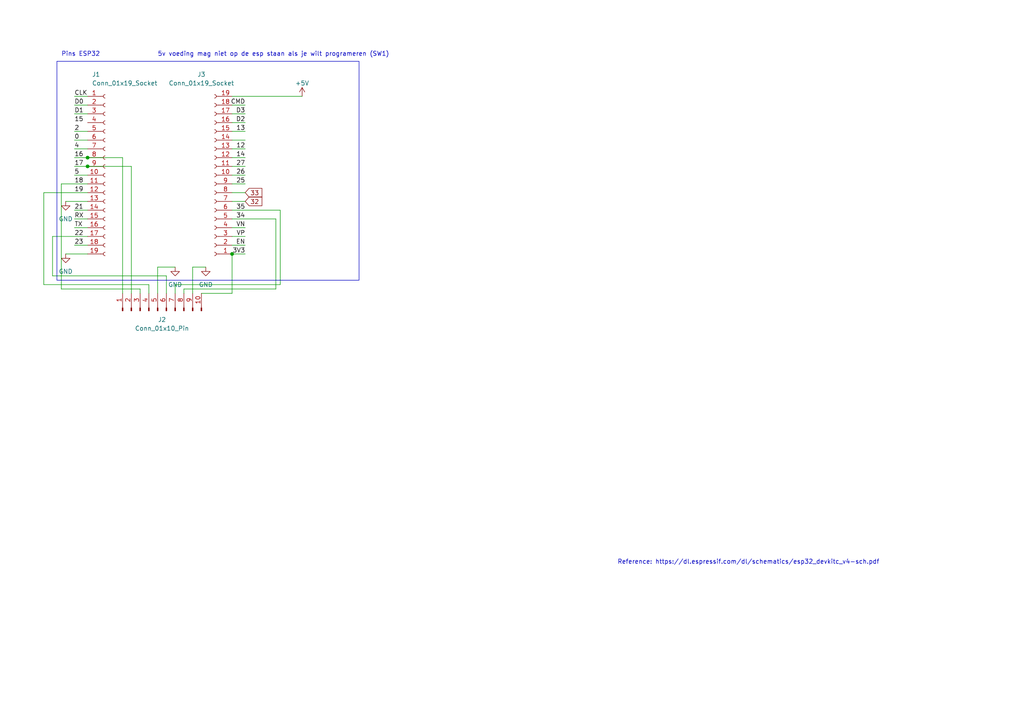
<source format=kicad_sch>
(kicad_sch (version 20230121) (generator eeschema)

  (uuid e0d6efb7-21cc-4a93-bb25-89af16a070f4)

  (paper "A4")

  (lib_symbols
    (symbol "Connector:Conn_01x10_Pin" (pin_names (offset 1.016) hide) (in_bom yes) (on_board yes)
      (property "Reference" "J" (at 0 12.7 0)
        (effects (font (size 1.27 1.27)))
      )
      (property "Value" "Conn_01x10_Pin" (at 0 -15.24 0)
        (effects (font (size 1.27 1.27)))
      )
      (property "Footprint" "" (at 0 0 0)
        (effects (font (size 1.27 1.27)) hide)
      )
      (property "Datasheet" "~" (at 0 0 0)
        (effects (font (size 1.27 1.27)) hide)
      )
      (property "ki_locked" "" (at 0 0 0)
        (effects (font (size 1.27 1.27)))
      )
      (property "ki_keywords" "connector" (at 0 0 0)
        (effects (font (size 1.27 1.27)) hide)
      )
      (property "ki_description" "Generic connector, single row, 01x10, script generated" (at 0 0 0)
        (effects (font (size 1.27 1.27)) hide)
      )
      (property "ki_fp_filters" "Connector*:*_1x??_*" (at 0 0 0)
        (effects (font (size 1.27 1.27)) hide)
      )
      (symbol "Conn_01x10_Pin_1_1"
        (polyline
          (pts
            (xy 1.27 -12.7)
            (xy 0.8636 -12.7)
          )
          (stroke (width 0.1524) (type default))
          (fill (type none))
        )
        (polyline
          (pts
            (xy 1.27 -10.16)
            (xy 0.8636 -10.16)
          )
          (stroke (width 0.1524) (type default))
          (fill (type none))
        )
        (polyline
          (pts
            (xy 1.27 -7.62)
            (xy 0.8636 -7.62)
          )
          (stroke (width 0.1524) (type default))
          (fill (type none))
        )
        (polyline
          (pts
            (xy 1.27 -5.08)
            (xy 0.8636 -5.08)
          )
          (stroke (width 0.1524) (type default))
          (fill (type none))
        )
        (polyline
          (pts
            (xy 1.27 -2.54)
            (xy 0.8636 -2.54)
          )
          (stroke (width 0.1524) (type default))
          (fill (type none))
        )
        (polyline
          (pts
            (xy 1.27 0)
            (xy 0.8636 0)
          )
          (stroke (width 0.1524) (type default))
          (fill (type none))
        )
        (polyline
          (pts
            (xy 1.27 2.54)
            (xy 0.8636 2.54)
          )
          (stroke (width 0.1524) (type default))
          (fill (type none))
        )
        (polyline
          (pts
            (xy 1.27 5.08)
            (xy 0.8636 5.08)
          )
          (stroke (width 0.1524) (type default))
          (fill (type none))
        )
        (polyline
          (pts
            (xy 1.27 7.62)
            (xy 0.8636 7.62)
          )
          (stroke (width 0.1524) (type default))
          (fill (type none))
        )
        (polyline
          (pts
            (xy 1.27 10.16)
            (xy 0.8636 10.16)
          )
          (stroke (width 0.1524) (type default))
          (fill (type none))
        )
        (rectangle (start 0.8636 -12.573) (end 0 -12.827)
          (stroke (width 0.1524) (type default))
          (fill (type outline))
        )
        (rectangle (start 0.8636 -10.033) (end 0 -10.287)
          (stroke (width 0.1524) (type default))
          (fill (type outline))
        )
        (rectangle (start 0.8636 -7.493) (end 0 -7.747)
          (stroke (width 0.1524) (type default))
          (fill (type outline))
        )
        (rectangle (start 0.8636 -4.953) (end 0 -5.207)
          (stroke (width 0.1524) (type default))
          (fill (type outline))
        )
        (rectangle (start 0.8636 -2.413) (end 0 -2.667)
          (stroke (width 0.1524) (type default))
          (fill (type outline))
        )
        (rectangle (start 0.8636 0.127) (end 0 -0.127)
          (stroke (width 0.1524) (type default))
          (fill (type outline))
        )
        (rectangle (start 0.8636 2.667) (end 0 2.413)
          (stroke (width 0.1524) (type default))
          (fill (type outline))
        )
        (rectangle (start 0.8636 5.207) (end 0 4.953)
          (stroke (width 0.1524) (type default))
          (fill (type outline))
        )
        (rectangle (start 0.8636 7.747) (end 0 7.493)
          (stroke (width 0.1524) (type default))
          (fill (type outline))
        )
        (rectangle (start 0.8636 10.287) (end 0 10.033)
          (stroke (width 0.1524) (type default))
          (fill (type outline))
        )
        (pin passive line (at 5.08 10.16 180) (length 3.81)
          (name "Pin_1" (effects (font (size 1.27 1.27))))
          (number "1" (effects (font (size 1.27 1.27))))
        )
        (pin passive line (at 5.08 -12.7 180) (length 3.81)
          (name "Pin_10" (effects (font (size 1.27 1.27))))
          (number "10" (effects (font (size 1.27 1.27))))
        )
        (pin passive line (at 5.08 7.62 180) (length 3.81)
          (name "Pin_2" (effects (font (size 1.27 1.27))))
          (number "2" (effects (font (size 1.27 1.27))))
        )
        (pin passive line (at 5.08 5.08 180) (length 3.81)
          (name "Pin_3" (effects (font (size 1.27 1.27))))
          (number "3" (effects (font (size 1.27 1.27))))
        )
        (pin passive line (at 5.08 2.54 180) (length 3.81)
          (name "Pin_4" (effects (font (size 1.27 1.27))))
          (number "4" (effects (font (size 1.27 1.27))))
        )
        (pin passive line (at 5.08 0 180) (length 3.81)
          (name "Pin_5" (effects (font (size 1.27 1.27))))
          (number "5" (effects (font (size 1.27 1.27))))
        )
        (pin passive line (at 5.08 -2.54 180) (length 3.81)
          (name "Pin_6" (effects (font (size 1.27 1.27))))
          (number "6" (effects (font (size 1.27 1.27))))
        )
        (pin passive line (at 5.08 -5.08 180) (length 3.81)
          (name "Pin_7" (effects (font (size 1.27 1.27))))
          (number "7" (effects (font (size 1.27 1.27))))
        )
        (pin passive line (at 5.08 -7.62 180) (length 3.81)
          (name "Pin_8" (effects (font (size 1.27 1.27))))
          (number "8" (effects (font (size 1.27 1.27))))
        )
        (pin passive line (at 5.08 -10.16 180) (length 3.81)
          (name "Pin_9" (effects (font (size 1.27 1.27))))
          (number "9" (effects (font (size 1.27 1.27))))
        )
      )
    )
    (symbol "Connector:Conn_01x19_Socket" (pin_names (offset 1.016) hide) (in_bom yes) (on_board yes)
      (property "Reference" "J" (at 0 25.4 0)
        (effects (font (size 1.27 1.27)))
      )
      (property "Value" "Conn_01x19_Socket" (at 0 -25.4 0)
        (effects (font (size 1.27 1.27)))
      )
      (property "Footprint" "" (at 0 0 0)
        (effects (font (size 1.27 1.27)) hide)
      )
      (property "Datasheet" "~" (at 0 0 0)
        (effects (font (size 1.27 1.27)) hide)
      )
      (property "ki_locked" "" (at 0 0 0)
        (effects (font (size 1.27 1.27)))
      )
      (property "ki_keywords" "connector" (at 0 0 0)
        (effects (font (size 1.27 1.27)) hide)
      )
      (property "ki_description" "Generic connector, single row, 01x19, script generated" (at 0 0 0)
        (effects (font (size 1.27 1.27)) hide)
      )
      (property "ki_fp_filters" "Connector*:*_1x??_*" (at 0 0 0)
        (effects (font (size 1.27 1.27)) hide)
      )
      (symbol "Conn_01x19_Socket_1_1"
        (arc (start 0 -22.352) (mid -0.5058 -22.86) (end 0 -23.368)
          (stroke (width 0.1524) (type default))
          (fill (type none))
        )
        (arc (start 0 -19.812) (mid -0.5058 -20.32) (end 0 -20.828)
          (stroke (width 0.1524) (type default))
          (fill (type none))
        )
        (arc (start 0 -17.272) (mid -0.5058 -17.78) (end 0 -18.288)
          (stroke (width 0.1524) (type default))
          (fill (type none))
        )
        (arc (start 0 -14.732) (mid -0.5058 -15.24) (end 0 -15.748)
          (stroke (width 0.1524) (type default))
          (fill (type none))
        )
        (arc (start 0 -12.192) (mid -0.5058 -12.7) (end 0 -13.208)
          (stroke (width 0.1524) (type default))
          (fill (type none))
        )
        (arc (start 0 -9.652) (mid -0.5058 -10.16) (end 0 -10.668)
          (stroke (width 0.1524) (type default))
          (fill (type none))
        )
        (arc (start 0 -7.112) (mid -0.5058 -7.62) (end 0 -8.128)
          (stroke (width 0.1524) (type default))
          (fill (type none))
        )
        (arc (start 0 -4.572) (mid -0.5058 -5.08) (end 0 -5.588)
          (stroke (width 0.1524) (type default))
          (fill (type none))
        )
        (arc (start 0 -2.032) (mid -0.5058 -2.54) (end 0 -3.048)
          (stroke (width 0.1524) (type default))
          (fill (type none))
        )
        (polyline
          (pts
            (xy -1.27 -22.86)
            (xy -0.508 -22.86)
          )
          (stroke (width 0.1524) (type default))
          (fill (type none))
        )
        (polyline
          (pts
            (xy -1.27 -20.32)
            (xy -0.508 -20.32)
          )
          (stroke (width 0.1524) (type default))
          (fill (type none))
        )
        (polyline
          (pts
            (xy -1.27 -17.78)
            (xy -0.508 -17.78)
          )
          (stroke (width 0.1524) (type default))
          (fill (type none))
        )
        (polyline
          (pts
            (xy -1.27 -15.24)
            (xy -0.508 -15.24)
          )
          (stroke (width 0.1524) (type default))
          (fill (type none))
        )
        (polyline
          (pts
            (xy -1.27 -12.7)
            (xy -0.508 -12.7)
          )
          (stroke (width 0.1524) (type default))
          (fill (type none))
        )
        (polyline
          (pts
            (xy -1.27 -10.16)
            (xy -0.508 -10.16)
          )
          (stroke (width 0.1524) (type default))
          (fill (type none))
        )
        (polyline
          (pts
            (xy -1.27 -7.62)
            (xy -0.508 -7.62)
          )
          (stroke (width 0.1524) (type default))
          (fill (type none))
        )
        (polyline
          (pts
            (xy -1.27 -5.08)
            (xy -0.508 -5.08)
          )
          (stroke (width 0.1524) (type default))
          (fill (type none))
        )
        (polyline
          (pts
            (xy -1.27 -2.54)
            (xy -0.508 -2.54)
          )
          (stroke (width 0.1524) (type default))
          (fill (type none))
        )
        (polyline
          (pts
            (xy -1.27 0)
            (xy -0.508 0)
          )
          (stroke (width 0.1524) (type default))
          (fill (type none))
        )
        (polyline
          (pts
            (xy -1.27 2.54)
            (xy -0.508 2.54)
          )
          (stroke (width 0.1524) (type default))
          (fill (type none))
        )
        (polyline
          (pts
            (xy -1.27 5.08)
            (xy -0.508 5.08)
          )
          (stroke (width 0.1524) (type default))
          (fill (type none))
        )
        (polyline
          (pts
            (xy -1.27 7.62)
            (xy -0.508 7.62)
          )
          (stroke (width 0.1524) (type default))
          (fill (type none))
        )
        (polyline
          (pts
            (xy -1.27 10.16)
            (xy -0.508 10.16)
          )
          (stroke (width 0.1524) (type default))
          (fill (type none))
        )
        (polyline
          (pts
            (xy -1.27 12.7)
            (xy -0.508 12.7)
          )
          (stroke (width 0.1524) (type default))
          (fill (type none))
        )
        (polyline
          (pts
            (xy -1.27 15.24)
            (xy -0.508 15.24)
          )
          (stroke (width 0.1524) (type default))
          (fill (type none))
        )
        (polyline
          (pts
            (xy -1.27 17.78)
            (xy -0.508 17.78)
          )
          (stroke (width 0.1524) (type default))
          (fill (type none))
        )
        (polyline
          (pts
            (xy -1.27 20.32)
            (xy -0.508 20.32)
          )
          (stroke (width 0.1524) (type default))
          (fill (type none))
        )
        (polyline
          (pts
            (xy -1.27 22.86)
            (xy -0.508 22.86)
          )
          (stroke (width 0.1524) (type default))
          (fill (type none))
        )
        (arc (start 0 0.508) (mid -0.5058 0) (end 0 -0.508)
          (stroke (width 0.1524) (type default))
          (fill (type none))
        )
        (arc (start 0 3.048) (mid -0.5058 2.54) (end 0 2.032)
          (stroke (width 0.1524) (type default))
          (fill (type none))
        )
        (arc (start 0 5.588) (mid -0.5058 5.08) (end 0 4.572)
          (stroke (width 0.1524) (type default))
          (fill (type none))
        )
        (arc (start 0 8.128) (mid -0.5058 7.62) (end 0 7.112)
          (stroke (width 0.1524) (type default))
          (fill (type none))
        )
        (arc (start 0 10.668) (mid -0.5058 10.16) (end 0 9.652)
          (stroke (width 0.1524) (type default))
          (fill (type none))
        )
        (arc (start 0 13.208) (mid -0.5058 12.7) (end 0 12.192)
          (stroke (width 0.1524) (type default))
          (fill (type none))
        )
        (arc (start 0 15.748) (mid -0.5058 15.24) (end 0 14.732)
          (stroke (width 0.1524) (type default))
          (fill (type none))
        )
        (arc (start 0 18.288) (mid -0.5058 17.78) (end 0 17.272)
          (stroke (width 0.1524) (type default))
          (fill (type none))
        )
        (arc (start 0 20.828) (mid -0.5058 20.32) (end 0 19.812)
          (stroke (width 0.1524) (type default))
          (fill (type none))
        )
        (arc (start 0 23.368) (mid -0.5058 22.86) (end 0 22.352)
          (stroke (width 0.1524) (type default))
          (fill (type none))
        )
        (pin passive line (at -5.08 22.86 0) (length 3.81)
          (name "Pin_1" (effects (font (size 1.27 1.27))))
          (number "1" (effects (font (size 1.27 1.27))))
        )
        (pin passive line (at -5.08 0 0) (length 3.81)
          (name "Pin_10" (effects (font (size 1.27 1.27))))
          (number "10" (effects (font (size 1.27 1.27))))
        )
        (pin passive line (at -5.08 -2.54 0) (length 3.81)
          (name "Pin_11" (effects (font (size 1.27 1.27))))
          (number "11" (effects (font (size 1.27 1.27))))
        )
        (pin passive line (at -5.08 -5.08 0) (length 3.81)
          (name "Pin_12" (effects (font (size 1.27 1.27))))
          (number "12" (effects (font (size 1.27 1.27))))
        )
        (pin passive line (at -5.08 -7.62 0) (length 3.81)
          (name "Pin_13" (effects (font (size 1.27 1.27))))
          (number "13" (effects (font (size 1.27 1.27))))
        )
        (pin passive line (at -5.08 -10.16 0) (length 3.81)
          (name "Pin_14" (effects (font (size 1.27 1.27))))
          (number "14" (effects (font (size 1.27 1.27))))
        )
        (pin passive line (at -5.08 -12.7 0) (length 3.81)
          (name "Pin_15" (effects (font (size 1.27 1.27))))
          (number "15" (effects (font (size 1.27 1.27))))
        )
        (pin passive line (at -5.08 -15.24 0) (length 3.81)
          (name "Pin_16" (effects (font (size 1.27 1.27))))
          (number "16" (effects (font (size 1.27 1.27))))
        )
        (pin passive line (at -5.08 -17.78 0) (length 3.81)
          (name "Pin_17" (effects (font (size 1.27 1.27))))
          (number "17" (effects (font (size 1.27 1.27))))
        )
        (pin passive line (at -5.08 -20.32 0) (length 3.81)
          (name "Pin_18" (effects (font (size 1.27 1.27))))
          (number "18" (effects (font (size 1.27 1.27))))
        )
        (pin passive line (at -5.08 -22.86 0) (length 3.81)
          (name "Pin_19" (effects (font (size 1.27 1.27))))
          (number "19" (effects (font (size 1.27 1.27))))
        )
        (pin passive line (at -5.08 20.32 0) (length 3.81)
          (name "Pin_2" (effects (font (size 1.27 1.27))))
          (number "2" (effects (font (size 1.27 1.27))))
        )
        (pin passive line (at -5.08 17.78 0) (length 3.81)
          (name "Pin_3" (effects (font (size 1.27 1.27))))
          (number "3" (effects (font (size 1.27 1.27))))
        )
        (pin passive line (at -5.08 15.24 0) (length 3.81)
          (name "Pin_4" (effects (font (size 1.27 1.27))))
          (number "4" (effects (font (size 1.27 1.27))))
        )
        (pin passive line (at -5.08 12.7 0) (length 3.81)
          (name "Pin_5" (effects (font (size 1.27 1.27))))
          (number "5" (effects (font (size 1.27 1.27))))
        )
        (pin passive line (at -5.08 10.16 0) (length 3.81)
          (name "Pin_6" (effects (font (size 1.27 1.27))))
          (number "6" (effects (font (size 1.27 1.27))))
        )
        (pin passive line (at -5.08 7.62 0) (length 3.81)
          (name "Pin_7" (effects (font (size 1.27 1.27))))
          (number "7" (effects (font (size 1.27 1.27))))
        )
        (pin passive line (at -5.08 5.08 0) (length 3.81)
          (name "Pin_8" (effects (font (size 1.27 1.27))))
          (number "8" (effects (font (size 1.27 1.27))))
        )
        (pin passive line (at -5.08 2.54 0) (length 3.81)
          (name "Pin_9" (effects (font (size 1.27 1.27))))
          (number "9" (effects (font (size 1.27 1.27))))
        )
      )
    )
    (symbol "power:+5V" (power) (pin_names (offset 0)) (in_bom yes) (on_board yes)
      (property "Reference" "#PWR" (at 0 -3.81 0)
        (effects (font (size 1.27 1.27)) hide)
      )
      (property "Value" "+5V" (at 0 3.556 0)
        (effects (font (size 1.27 1.27)))
      )
      (property "Footprint" "" (at 0 0 0)
        (effects (font (size 1.27 1.27)) hide)
      )
      (property "Datasheet" "" (at 0 0 0)
        (effects (font (size 1.27 1.27)) hide)
      )
      (property "ki_keywords" "global power" (at 0 0 0)
        (effects (font (size 1.27 1.27)) hide)
      )
      (property "ki_description" "Power symbol creates a global label with name \"+5V\"" (at 0 0 0)
        (effects (font (size 1.27 1.27)) hide)
      )
      (symbol "+5V_0_1"
        (polyline
          (pts
            (xy -0.762 1.27)
            (xy 0 2.54)
          )
          (stroke (width 0) (type default))
          (fill (type none))
        )
        (polyline
          (pts
            (xy 0 0)
            (xy 0 2.54)
          )
          (stroke (width 0) (type default))
          (fill (type none))
        )
        (polyline
          (pts
            (xy 0 2.54)
            (xy 0.762 1.27)
          )
          (stroke (width 0) (type default))
          (fill (type none))
        )
      )
      (symbol "+5V_1_1"
        (pin power_in line (at 0 0 90) (length 0) hide
          (name "+5V" (effects (font (size 1.27 1.27))))
          (number "1" (effects (font (size 1.27 1.27))))
        )
      )
    )
    (symbol "power:GND" (power) (pin_names (offset 0)) (in_bom yes) (on_board yes)
      (property "Reference" "#PWR" (at 0 -6.35 0)
        (effects (font (size 1.27 1.27)) hide)
      )
      (property "Value" "GND" (at 0 -3.81 0)
        (effects (font (size 1.27 1.27)))
      )
      (property "Footprint" "" (at 0 0 0)
        (effects (font (size 1.27 1.27)) hide)
      )
      (property "Datasheet" "" (at 0 0 0)
        (effects (font (size 1.27 1.27)) hide)
      )
      (property "ki_keywords" "global power" (at 0 0 0)
        (effects (font (size 1.27 1.27)) hide)
      )
      (property "ki_description" "Power symbol creates a global label with name \"GND\" , ground" (at 0 0 0)
        (effects (font (size 1.27 1.27)) hide)
      )
      (symbol "GND_0_1"
        (polyline
          (pts
            (xy 0 0)
            (xy 0 -1.27)
            (xy 1.27 -1.27)
            (xy 0 -2.54)
            (xy -1.27 -1.27)
            (xy 0 -1.27)
          )
          (stroke (width 0) (type default))
          (fill (type none))
        )
      )
      (symbol "GND_1_1"
        (pin power_in line (at 0 0 270) (length 0) hide
          (name "GND" (effects (font (size 1.27 1.27))))
          (number "1" (effects (font (size 1.27 1.27))))
        )
      )
    )
  )

  (junction (at 67.31 73.66) (diameter 0) (color 0 0 0 0)
    (uuid 4dcf561e-c353-4864-9379-be7a03c1d525)
  )
  (junction (at 25.4 48.26) (diameter 0) (color 0 0 0 0)
    (uuid 663e1504-c792-47c9-bc56-5721d0f8689d)
  )
  (junction (at 25.4 45.72) (diameter 0) (color 0 0 0 0)
    (uuid 762c87f8-f0ea-4b88-a08f-be026efe806d)
  )

  (wire (pts (xy 12.7 82.55) (xy 43.18 82.55))
    (stroke (width 0) (type default))
    (uuid 0a22c6a3-a408-4ef5-9d84-6e1fff20e900)
  )
  (wire (pts (xy 17.78 83.82) (xy 40.64 83.82))
    (stroke (width 0) (type default))
    (uuid 115258ab-fb91-4d8f-87a4-5b9e1cec255f)
  )
  (wire (pts (xy 25.4 48.26) (xy 38.1 48.26))
    (stroke (width 0) (type default))
    (uuid 1422a022-394a-40a8-91e0-ed79900df453)
  )
  (wire (pts (xy 45.72 77.47) (xy 50.8 77.47))
    (stroke (width 0) (type default))
    (uuid 23284bee-81c9-442e-9106-ce6820687f12)
  )
  (wire (pts (xy 67.31 71.12) (xy 71.12 71.12))
    (stroke (width 0) (type default))
    (uuid 23287cdf-ac21-473f-8343-bb08c93ef6cd)
  )
  (wire (pts (xy 21.59 48.26) (xy 25.4 48.26))
    (stroke (width 0) (type default))
    (uuid 25df15f6-5cc1-40a5-b6f6-670e9f16f23e)
  )
  (wire (pts (xy 12.7 55.88) (xy 12.7 82.55))
    (stroke (width 0) (type default))
    (uuid 27ed80ac-ef45-4316-bbe2-9cc27ae862c2)
  )
  (wire (pts (xy 48.26 80.01) (xy 48.26 85.09))
    (stroke (width 0) (type default))
    (uuid 29f75897-97e4-4f39-b372-2b6393ae5eda)
  )
  (wire (pts (xy 12.7 55.88) (xy 25.4 55.88))
    (stroke (width 0) (type default))
    (uuid 2b0831f9-323c-498d-9eb6-a145a8ec13cd)
  )
  (wire (pts (xy 67.31 60.96) (xy 81.28 60.96))
    (stroke (width 0) (type default))
    (uuid 3bd182c4-d0a4-41e2-9808-b155fc833570)
  )
  (wire (pts (xy 21.59 40.64) (xy 25.4 40.64))
    (stroke (width 0) (type default))
    (uuid 3c5fa10b-2165-4edb-92a7-7f8af882d8e8)
  )
  (wire (pts (xy 55.88 77.47) (xy 59.69 77.47))
    (stroke (width 0) (type default))
    (uuid 3daa0392-b554-4228-b459-6ed672db2340)
  )
  (wire (pts (xy 67.31 55.88) (xy 71.12 55.88))
    (stroke (width 0) (type default))
    (uuid 4359fcc3-a0e9-4632-be05-ba2fa8ffb5c1)
  )
  (wire (pts (xy 80.01 63.5) (xy 80.01 83.82))
    (stroke (width 0) (type default))
    (uuid 4b106831-aac2-438b-953c-e329fbc50de7)
  )
  (wire (pts (xy 21.59 38.1) (xy 25.4 38.1))
    (stroke (width 0) (type default))
    (uuid 4ccb09a0-a9ac-44cc-b169-26a00b7a8c79)
  )
  (wire (pts (xy 81.28 60.96) (xy 81.28 82.55))
    (stroke (width 0) (type default))
    (uuid 4e73bbe4-2abd-4a6c-a628-e3240cd6a20e)
  )
  (wire (pts (xy 38.1 85.09) (xy 38.1 48.26))
    (stroke (width 0) (type default))
    (uuid 5136f8ad-635e-4b57-a9fc-111f2291674b)
  )
  (wire (pts (xy 15.24 68.58) (xy 15.24 80.01))
    (stroke (width 0) (type default))
    (uuid 545b4692-e9cd-4efe-90ca-f9c7e076b89a)
  )
  (wire (pts (xy 55.88 85.09) (xy 55.88 77.47))
    (stroke (width 0) (type default))
    (uuid 554d5f5b-cbe7-41d0-98b5-8daa495ae4ab)
  )
  (wire (pts (xy 50.8 82.55) (xy 50.8 85.09))
    (stroke (width 0) (type default))
    (uuid 5bdc121b-e0cb-4aa3-ac45-3d8bd3d6afd1)
  )
  (wire (pts (xy 67.31 50.8) (xy 71.12 50.8))
    (stroke (width 0) (type default))
    (uuid 5c87e30f-d9cd-40d8-86b2-1b0724891246)
  )
  (wire (pts (xy 21.59 45.72) (xy 25.4 45.72))
    (stroke (width 0) (type default))
    (uuid 658a6c1c-67cf-4de6-8eb0-9140d1b7b40c)
  )
  (wire (pts (xy 67.31 85.09) (xy 58.42 85.09))
    (stroke (width 0) (type default))
    (uuid 6aa2c0d7-a307-4bb2-8487-169a3e2c0c11)
  )
  (wire (pts (xy 15.24 68.58) (xy 25.4 68.58))
    (stroke (width 0) (type default))
    (uuid 6eb790d3-f0ca-4921-9e49-8f679f486aac)
  )
  (wire (pts (xy 21.59 27.94) (xy 25.4 27.94))
    (stroke (width 0) (type default))
    (uuid 6f172345-ebb9-4a72-8236-906c315a7537)
  )
  (wire (pts (xy 67.31 68.58) (xy 71.12 68.58))
    (stroke (width 0) (type default))
    (uuid 6fc75a34-6adf-4fc6-b248-33a37198da0d)
  )
  (wire (pts (xy 67.31 63.5) (xy 80.01 63.5))
    (stroke (width 0) (type default))
    (uuid 71f81963-363b-4cbf-b10d-27f234b56bfb)
  )
  (wire (pts (xy 67.31 33.02) (xy 71.12 33.02))
    (stroke (width 0) (type default))
    (uuid 734d81e5-d15b-422c-b289-699a5a7833ff)
  )
  (wire (pts (xy 17.78 53.34) (xy 17.78 83.82))
    (stroke (width 0) (type default))
    (uuid 782299bc-4361-461a-9f6f-b844c6de502d)
  )
  (wire (pts (xy 67.31 66.04) (xy 71.12 66.04))
    (stroke (width 0) (type default))
    (uuid 7bd79529-1ed1-4009-9319-16bac11a5be7)
  )
  (wire (pts (xy 67.31 53.34) (xy 71.12 53.34))
    (stroke (width 0) (type default))
    (uuid 7de40906-db57-4ce4-a2d5-d6e01ad995b6)
  )
  (wire (pts (xy 67.31 45.72) (xy 71.12 45.72))
    (stroke (width 0) (type default))
    (uuid 80ecadc3-47de-4a6f-8b70-c8da5285f100)
  )
  (wire (pts (xy 67.31 40.64) (xy 71.12 40.64))
    (stroke (width 0) (type default))
    (uuid 8e0a5b71-7c2f-4606-a459-1cd6a2d1d9c2)
  )
  (wire (pts (xy 21.59 33.02) (xy 25.4 33.02))
    (stroke (width 0) (type default))
    (uuid 922011c1-e4c2-41ff-a54a-aaf8fe184d0a)
  )
  (wire (pts (xy 53.34 83.82) (xy 53.34 85.09))
    (stroke (width 0) (type default))
    (uuid 93f22c65-6c6c-4e62-8d3c-69a6fea317a6)
  )
  (wire (pts (xy 67.31 58.42) (xy 71.12 58.42))
    (stroke (width 0) (type default))
    (uuid 9a0b0297-141f-4909-9947-9974582d3196)
  )
  (wire (pts (xy 21.59 60.96) (xy 25.4 60.96))
    (stroke (width 0) (type default))
    (uuid a0195f4e-7058-4afb-bab0-ea5453c8eb42)
  )
  (wire (pts (xy 43.18 82.55) (xy 43.18 85.09))
    (stroke (width 0) (type default))
    (uuid a2d8b019-b280-4adf-b477-1f04fe19be7f)
  )
  (wire (pts (xy 25.4 45.72) (xy 35.56 45.72))
    (stroke (width 0) (type default))
    (uuid a75f7468-99b9-420b-a11e-f693c6c15650)
  )
  (wire (pts (xy 21.59 43.18) (xy 25.4 43.18))
    (stroke (width 0) (type default))
    (uuid aa3938fe-168d-488f-ab9e-05d92a91ec6d)
  )
  (wire (pts (xy 67.31 38.1) (xy 71.12 38.1))
    (stroke (width 0) (type default))
    (uuid ac57de69-ba73-4e1d-8432-636c93a3632e)
  )
  (wire (pts (xy 35.56 45.72) (xy 35.56 85.09))
    (stroke (width 0) (type default))
    (uuid afe792ae-1f8d-4b83-a279-8020886c1232)
  )
  (wire (pts (xy 19.05 73.66) (xy 25.4 73.66))
    (stroke (width 0) (type default))
    (uuid b255544f-2ce2-4cf2-b32c-0b997bac2b69)
  )
  (wire (pts (xy 67.31 30.48) (xy 71.12 30.48))
    (stroke (width 0) (type default))
    (uuid baa8c9aa-276d-4625-9e6a-471ab3b3bffd)
  )
  (wire (pts (xy 40.64 83.82) (xy 40.64 85.09))
    (stroke (width 0) (type default))
    (uuid bd5d9fd8-0898-41c8-970a-354fea0857b8)
  )
  (wire (pts (xy 67.31 43.18) (xy 71.12 43.18))
    (stroke (width 0) (type default))
    (uuid c7976426-6c1d-41a4-b1ed-f8ba52968a4d)
  )
  (wire (pts (xy 21.59 71.12) (xy 25.4 71.12))
    (stroke (width 0) (type default))
    (uuid d50b6c01-b054-4a05-85f3-a0969ea69ac8)
  )
  (wire (pts (xy 67.31 73.66) (xy 67.31 85.09))
    (stroke (width 0) (type default))
    (uuid da354e5c-b4e4-44f0-a936-91e4e6c72266)
  )
  (wire (pts (xy 19.05 58.42) (xy 25.4 58.42))
    (stroke (width 0) (type default))
    (uuid da67c4c1-9cf1-4c7e-b6ce-e46fe3dd9827)
  )
  (wire (pts (xy 21.59 50.8) (xy 25.4 50.8))
    (stroke (width 0) (type default))
    (uuid dc7a64e9-30d3-4a99-a7ee-1353d30a5c1d)
  )
  (wire (pts (xy 81.28 82.55) (xy 50.8 82.55))
    (stroke (width 0) (type default))
    (uuid dcfd0929-e83c-43eb-8f49-4f1a41bcf136)
  )
  (wire (pts (xy 67.31 35.56) (xy 71.12 35.56))
    (stroke (width 0) (type default))
    (uuid ddeed60e-5b2b-4917-8110-1398b6da391a)
  )
  (wire (pts (xy 17.78 53.34) (xy 25.4 53.34))
    (stroke (width 0) (type default))
    (uuid df27bad8-8048-46b9-a22b-6663ccb31eb9)
  )
  (wire (pts (xy 80.01 83.82) (xy 53.34 83.82))
    (stroke (width 0) (type default))
    (uuid e29e98b9-89e7-4927-93ec-5ef9b96740b5)
  )
  (wire (pts (xy 15.24 80.01) (xy 48.26 80.01))
    (stroke (width 0) (type default))
    (uuid e5b4929d-079f-413d-bdd1-72e58c23cd1c)
  )
  (wire (pts (xy 67.31 27.94) (xy 87.63 27.94))
    (stroke (width 0) (type default))
    (uuid f2b5dc1e-7dc2-4f8b-87d0-43e070b265c7)
  )
  (wire (pts (xy 21.59 30.48) (xy 25.4 30.48))
    (stroke (width 0) (type default))
    (uuid f3e31fbd-63ea-4353-93cc-54bc08781b0a)
  )
  (wire (pts (xy 67.31 48.26) (xy 71.12 48.26))
    (stroke (width 0) (type default))
    (uuid f75842e0-1976-4ef8-a328-780f4be138ed)
  )
  (wire (pts (xy 45.72 77.47) (xy 45.72 85.09))
    (stroke (width 0) (type default))
    (uuid f98b31f3-f9cc-4b5f-a865-da3cfaeca22b)
  )
  (wire (pts (xy 67.31 73.66) (xy 71.12 73.66))
    (stroke (width 0) (type default))
    (uuid faaaa1b0-12bb-4f91-b5c5-ac4cdcf65f71)
  )
  (wire (pts (xy 21.59 63.5) (xy 25.4 63.5))
    (stroke (width 0) (type default))
    (uuid fb18f575-5e20-494b-ad2b-10d4bf12e346)
  )
  (wire (pts (xy 21.59 66.04) (xy 25.4 66.04))
    (stroke (width 0) (type default))
    (uuid fb1e8939-5c18-4679-ac2f-dcd94dd57802)
  )

  (rectangle (start 16.51 17.78) (end 104.14 81.28)
    (stroke (width 0) (type default))
    (fill (type none))
    (uuid fc1b17c5-065b-4162-af8a-e81ab212adb8)
  )

  (text "Pins ESP32" (at 17.78 16.51 0)
    (effects (font (size 1.27 1.27)) (justify left bottom))
    (uuid 0a2686d3-47a5-4d3b-8fae-a107cabb8085)
  )
  (text "Reference: https://dl.espressif.com/dl/schematics/esp32_devkitc_v4-sch.pdf"
    (at 179.07 163.83 0)
    (effects (font (size 1.27 1.27)) (justify left bottom))
    (uuid 310cd829-30c4-4516-b9b5-da8385ce5899)
  )
  (text "5v voeding mag niet op de esp staan als je wilt programeren (SW1)"
    (at 45.72 16.51 0)
    (effects (font (size 1.27 1.27)) (justify left bottom))
    (uuid e639edb0-9ead-4552-99f2-4dd1ab36b182)
  )

  (label "25" (at 71.12 53.34 180) (fields_autoplaced)
    (effects (font (size 1.27 1.27)) (justify right bottom))
    (uuid 03daaac1-2334-416f-b076-079773ffe49a)
  )
  (label "19" (at 21.59 55.88 0) (fields_autoplaced)
    (effects (font (size 1.27 1.27)) (justify left bottom))
    (uuid 1cba8ea7-1186-464f-b32f-a238fdbc2c45)
  )
  (label "TX" (at 21.59 66.04 0) (fields_autoplaced)
    (effects (font (size 1.27 1.27)) (justify left bottom))
    (uuid 2582f5b8-8077-4e4e-a02b-19b6b53793b5)
  )
  (label "5" (at 21.59 50.8 0) (fields_autoplaced)
    (effects (font (size 1.27 1.27)) (justify left bottom))
    (uuid 2a4acca3-9bdf-4ffd-8e61-4f9f96a201cd)
  )
  (label "17" (at 21.59 48.26 0) (fields_autoplaced)
    (effects (font (size 1.27 1.27)) (justify left bottom))
    (uuid 2dc19821-9e64-4a20-99d6-aa8938f36f9e)
  )
  (label "13" (at 71.12 38.1 180) (fields_autoplaced)
    (effects (font (size 1.27 1.27)) (justify right bottom))
    (uuid 2e4e03a0-062d-4b6b-864c-24de2e496629)
  )
  (label "2" (at 21.59 38.1 0) (fields_autoplaced)
    (effects (font (size 1.27 1.27)) (justify left bottom))
    (uuid 386a64c2-8d36-4813-a6e5-990466858de1)
  )
  (label "18" (at 21.59 53.34 0) (fields_autoplaced)
    (effects (font (size 1.27 1.27)) (justify left bottom))
    (uuid 3d376ed5-52f4-4064-acb1-26f03f839173)
  )
  (label "D2" (at 71.12 35.56 180) (fields_autoplaced)
    (effects (font (size 1.27 1.27)) (justify right bottom))
    (uuid 463ae754-1fcb-42e5-a7ee-0ec303d17669)
  )
  (label "27" (at 71.12 48.26 180) (fields_autoplaced)
    (effects (font (size 1.27 1.27)) (justify right bottom))
    (uuid 59ba5c4d-6f45-47b4-bf98-5bc76aafd131)
  )
  (label "VP" (at 71.12 68.58 180) (fields_autoplaced)
    (effects (font (size 1.27 1.27)) (justify right bottom))
    (uuid 64e5d253-1962-4fc0-93d8-a84db2c36b8a)
  )
  (label "CLK" (at 21.59 27.94 0) (fields_autoplaced)
    (effects (font (size 1.27 1.27)) (justify left bottom))
    (uuid 72d698d2-d27d-4320-99d6-18d79a831b01)
  )
  (label "D1" (at 21.59 33.02 0) (fields_autoplaced)
    (effects (font (size 1.27 1.27)) (justify left bottom))
    (uuid 7ebbea6c-b22d-44aa-823a-c998c0f4cd98)
  )
  (label "26" (at 71.12 50.8 180) (fields_autoplaced)
    (effects (font (size 1.27 1.27)) (justify right bottom))
    (uuid 815cf9bf-dfaf-4100-b1d9-717496b3b832)
  )
  (label "12" (at 71.12 43.18 180) (fields_autoplaced)
    (effects (font (size 1.27 1.27)) (justify right bottom))
    (uuid 881d66c2-b44e-4ed2-bcdd-de443c2d33d5)
  )
  (label "0" (at 21.59 40.64 0) (fields_autoplaced)
    (effects (font (size 1.27 1.27)) (justify left bottom))
    (uuid 8930e983-22d4-47e0-b42f-068bf871dbad)
  )
  (label "EN" (at 71.12 71.12 180) (fields_autoplaced)
    (effects (font (size 1.27 1.27)) (justify right bottom))
    (uuid 8a4d2bd8-00de-46b8-b3ba-b50161e4afbf)
  )
  (label "34" (at 71.12 63.5 180) (fields_autoplaced)
    (effects (font (size 1.27 1.27)) (justify right bottom))
    (uuid 8fc91ff5-2bfa-4021-aaf0-94e6fe01cc4f)
  )
  (label "22" (at 21.59 68.58 0) (fields_autoplaced)
    (effects (font (size 1.27 1.27)) (justify left bottom))
    (uuid 8fd6c553-46ba-4d42-8d4a-f8d9c15af1dc)
  )
  (label "4" (at 21.59 43.18 0) (fields_autoplaced)
    (effects (font (size 1.27 1.27)) (justify left bottom))
    (uuid 962ae09b-2e1b-4723-b87e-cde8c98a29de)
  )
  (label "D0" (at 21.59 30.48 0) (fields_autoplaced)
    (effects (font (size 1.27 1.27)) (justify left bottom))
    (uuid 9799f67b-9dd5-4b5a-b442-2c63a5a3d6fa)
  )
  (label "23" (at 21.59 71.12 0) (fields_autoplaced)
    (effects (font (size 1.27 1.27)) (justify left bottom))
    (uuid 996d8b5a-ac0e-4b92-9069-a38e7cda773e)
  )
  (label "14" (at 71.12 45.72 180) (fields_autoplaced)
    (effects (font (size 1.27 1.27)) (justify right bottom))
    (uuid aee67e55-f87f-415a-9407-e79d727accea)
  )
  (label "35" (at 71.12 60.96 180) (fields_autoplaced)
    (effects (font (size 1.27 1.27)) (justify right bottom))
    (uuid d04767df-f471-4527-8615-a4846d6e06ae)
  )
  (label "VN" (at 71.12 66.04 180) (fields_autoplaced)
    (effects (font (size 1.27 1.27)) (justify right bottom))
    (uuid d5b5f9b8-5b60-4189-9f03-b9dda9b42fb5)
  )
  (label "D3" (at 71.12 33.02 180) (fields_autoplaced)
    (effects (font (size 1.27 1.27)) (justify right bottom))
    (uuid e0b4a585-ddab-454d-97ea-916d54aa5357)
  )
  (label "15" (at 21.59 35.56 0) (fields_autoplaced)
    (effects (font (size 1.27 1.27)) (justify left bottom))
    (uuid e2ef14c4-e374-4a19-8d04-2c070e2fa088)
  )
  (label "CMD" (at 71.12 30.48 180) (fields_autoplaced)
    (effects (font (size 1.27 1.27)) (justify right bottom))
    (uuid e717d4d6-eff4-4a96-b476-7de8398f3ece)
  )
  (label "RX" (at 21.59 63.5 0) (fields_autoplaced)
    (effects (font (size 1.27 1.27)) (justify left bottom))
    (uuid e9792ffd-db7a-4073-bb52-fe7395c85054)
  )
  (label "16" (at 21.59 45.72 0) (fields_autoplaced)
    (effects (font (size 1.27 1.27)) (justify left bottom))
    (uuid ea21a469-b791-4eeb-9b77-e4ca9b8530cb)
  )
  (label "21" (at 21.59 60.96 0) (fields_autoplaced)
    (effects (font (size 1.27 1.27)) (justify left bottom))
    (uuid f319e84c-39c8-4eda-aa29-14177ee1941d)
  )
  (label "3V3" (at 71.12 73.66 180) (fields_autoplaced)
    (effects (font (size 1.27 1.27)) (justify right bottom))
    (uuid f93db7b2-a6a8-48d0-85e8-8297616b1e9e)
  )

  (global_label "33" (shape input) (at 71.12 55.88 0) (fields_autoplaced)
    (effects (font (size 1.27 1.27)) (justify left))
    (uuid 21318047-b232-407c-bcb4-e69ded8aad0e)
    (property "Intersheetrefs" "${INTERSHEET_REFS}" (at 0 0 0)
      (effects (font (size 1.27 1.27)) hide)
    )
  )
  (global_label "32" (shape input) (at 71.12 58.42 0) (fields_autoplaced)
    (effects (font (size 1.27 1.27)) (justify left))
    (uuid 67f99c75-cce4-4432-9a10-058ff110018e)
    (property "Intersheetrefs" "${INTERSHEET_REFS}" (at 0 0 0)
      (effects (font (size 1.27 1.27)) hide)
    )
  )

  (symbol (lib_id "Connector:Conn_01x19_Socket") (at 30.48 50.8 0) (unit 1)
    (in_bom yes) (on_board yes) (dnp no)
    (uuid 35633658-97ed-4b72-b1a1-a3b05b427b24)
    (property "Reference" "J1" (at 26.67 21.59 0)
      (effects (font (size 1.27 1.27)) (justify left))
    )
    (property "Value" "Conn_01x19_Socket" (at 26.67 24.13 0)
      (effects (font (size 1.27 1.27)) (justify left))
    )
    (property "Footprint" "Connector_PinSocket_2.54mm:PinSocket_1x19_P2.54mm_Vertical" (at 30.48 50.8 0)
      (effects (font (size 1.27 1.27)) hide)
    )
    (property "Datasheet" "~" (at 30.48 50.8 0)
      (effects (font (size 1.27 1.27)) hide)
    )
    (pin "1" (uuid 597d843b-04e8-4d85-84b9-679b6bfcf29f))
    (pin "10" (uuid 674d64c8-72b8-485c-99b7-467b9ef2fc1e))
    (pin "11" (uuid f43f8114-513c-4344-a591-8ce682835173))
    (pin "12" (uuid 05b50775-a739-4faf-8592-288c708fdb48))
    (pin "13" (uuid 67419649-b6e2-4ebc-9e71-bd3c16626e4b))
    (pin "14" (uuid dbcb1370-6751-4be5-bb08-443bc8b69a6d))
    (pin "15" (uuid d7fa4141-c679-40b8-8c69-91965907c293))
    (pin "16" (uuid f0219e8d-37d3-463a-b1da-18b5bcff7950))
    (pin "17" (uuid 07a9890d-a4e0-4f63-adaa-5cf2523a58a5))
    (pin "18" (uuid 6cea3636-876a-4464-ad40-3d86a480e489))
    (pin "19" (uuid 7e645328-4dee-4ee7-a7f7-dc37ac500b9b))
    (pin "2" (uuid 9c34ac76-de0a-423f-93c9-f8726b73d8ce))
    (pin "3" (uuid 73bac8bb-de38-49ae-926e-0a186d1f046a))
    (pin "4" (uuid ab192906-ce64-4472-b70b-313d14fbf9f1))
    (pin "5" (uuid 86f8661c-b6ce-48dd-a6d7-761a5bf6d68f))
    (pin "6" (uuid c1cf33ab-7d73-4a4f-bec3-77aed0d124c3))
    (pin "7" (uuid 816df37c-7723-4165-acce-e462c0552f4f))
    (pin "8" (uuid d23f8bd6-7e88-4bdc-94e0-41eae0bc651d))
    (pin "9" (uuid b11c49cc-c65f-455e-beb8-ac135ae958ce))
    (instances
      (project "Quest_EMG"
        (path "/67748ae8-7ff0-411f-94ce-ac7b136b3c1f/c17a4928-99d3-4251-9539-9840a9b2519d"
          (reference "J1") (unit 1)
        )
      )
    )
  )

  (symbol (lib_id "power:GND") (at 19.05 73.66 0) (unit 1)
    (in_bom yes) (on_board yes) (dnp no) (fields_autoplaced)
    (uuid 370040f3-f41c-4266-94b3-83533473e6cb)
    (property "Reference" "#PWR031" (at 19.05 80.01 0)
      (effects (font (size 1.27 1.27)) hide)
    )
    (property "Value" "GND" (at 19.05 78.74 0)
      (effects (font (size 1.27 1.27)))
    )
    (property "Footprint" "" (at 19.05 73.66 0)
      (effects (font (size 1.27 1.27)) hide)
    )
    (property "Datasheet" "" (at 19.05 73.66 0)
      (effects (font (size 1.27 1.27)) hide)
    )
    (pin "1" (uuid 01d82419-2bc5-4c66-9031-70221d938bb6))
    (instances
      (project "Quest_EMG"
        (path "/67748ae8-7ff0-411f-94ce-ac7b136b3c1f/c17a4928-99d3-4251-9539-9840a9b2519d"
          (reference "#PWR031") (unit 1)
        )
      )
    )
  )

  (symbol (lib_id "power:GND") (at 50.8 77.47 0) (unit 1)
    (in_bom yes) (on_board yes) (dnp no) (fields_autoplaced)
    (uuid 8c3caab6-881d-4592-89fc-c32c749c0396)
    (property "Reference" "#PWR032" (at 50.8 83.82 0)
      (effects (font (size 1.27 1.27)) hide)
    )
    (property "Value" "GND" (at 50.8 82.55 0)
      (effects (font (size 1.27 1.27)))
    )
    (property "Footprint" "" (at 50.8 77.47 0)
      (effects (font (size 1.27 1.27)) hide)
    )
    (property "Datasheet" "" (at 50.8 77.47 0)
      (effects (font (size 1.27 1.27)) hide)
    )
    (pin "1" (uuid 3db2f700-e2af-4e12-b872-55366623ac3f))
    (instances
      (project "Quest_EMG"
        (path "/67748ae8-7ff0-411f-94ce-ac7b136b3c1f/c17a4928-99d3-4251-9539-9840a9b2519d"
          (reference "#PWR032") (unit 1)
        )
      )
    )
  )

  (symbol (lib_id "power:GND") (at 59.69 77.47 0) (unit 1)
    (in_bom yes) (on_board yes) (dnp no) (fields_autoplaced)
    (uuid 8c710164-2d15-485b-b5a3-c8ee77407e90)
    (property "Reference" "#PWR033" (at 59.69 83.82 0)
      (effects (font (size 1.27 1.27)) hide)
    )
    (property "Value" "GND" (at 59.69 82.55 0)
      (effects (font (size 1.27 1.27)))
    )
    (property "Footprint" "" (at 59.69 77.47 0)
      (effects (font (size 1.27 1.27)) hide)
    )
    (property "Datasheet" "" (at 59.69 77.47 0)
      (effects (font (size 1.27 1.27)) hide)
    )
    (pin "1" (uuid 5817cdf1-1826-4ddd-b71f-1276e54970a2))
    (instances
      (project "Quest_EMG"
        (path "/67748ae8-7ff0-411f-94ce-ac7b136b3c1f/c17a4928-99d3-4251-9539-9840a9b2519d"
          (reference "#PWR033") (unit 1)
        )
      )
    )
  )

  (symbol (lib_id "Connector:Conn_01x19_Socket") (at 62.23 50.8 180) (unit 1)
    (in_bom yes) (on_board yes) (dnp no)
    (uuid 95d277b4-7a6f-434b-8821-3dff0f9662ff)
    (property "Reference" "J3" (at 58.42 21.59 0)
      (effects (font (size 1.27 1.27)))
    )
    (property "Value" "Conn_01x19_Socket" (at 58.42 24.13 0)
      (effects (font (size 1.27 1.27)))
    )
    (property "Footprint" "Connector_PinSocket_2.54mm:PinSocket_1x19_P2.54mm_Vertical" (at 62.23 50.8 0)
      (effects (font (size 1.27 1.27)) hide)
    )
    (property "Datasheet" "~" (at 62.23 50.8 0)
      (effects (font (size 1.27 1.27)) hide)
    )
    (pin "1" (uuid e922dc10-55ab-4db2-b28e-bfe054ca047a))
    (pin "10" (uuid 82dea924-92ea-44c3-860b-12a8615d16ec))
    (pin "11" (uuid c2ea4caf-606c-4b58-ab52-0c90bad87346))
    (pin "12" (uuid 949061ee-f6f2-4b23-afb0-bc0149a65f4d))
    (pin "13" (uuid 9ca561ad-5272-4bc6-91c2-fd3b972d2f10))
    (pin "14" (uuid c14cf150-73f1-41f7-9928-bc7e6dcc80b2))
    (pin "15" (uuid 0cf29fad-9049-4165-8158-77c3e5f91a56))
    (pin "16" (uuid d682cfa0-3981-45f8-97ed-57de0546f6cd))
    (pin "17" (uuid 3a7a1803-9ba7-4b7c-9d38-a90ad86f3b1b))
    (pin "18" (uuid 5cc2dada-b9bc-489f-9d05-6f75c8fc1c70))
    (pin "19" (uuid 03ac49bf-4ec5-4d20-ad42-5c786c8e8da4))
    (pin "2" (uuid 2cedd863-0c94-437a-b798-8d990d4e628e))
    (pin "3" (uuid a6c0c163-0989-4258-93f1-98fca6b93826))
    (pin "4" (uuid 0404bc2b-d384-4317-af7f-606814b9ba9a))
    (pin "5" (uuid 7e2cad20-08df-42c6-b2d0-35465ab10b11))
    (pin "6" (uuid 9be6df68-46e1-4c78-b249-9c8748e988c5))
    (pin "7" (uuid 543b23ae-4bd3-4be7-ac84-e3b73f0c7a85))
    (pin "8" (uuid 91baa498-9ba7-47c9-8246-474619d8a254))
    (pin "9" (uuid cefe6187-2087-4a4f-a340-e62e134de1dc))
    (instances
      (project "Quest_EMG"
        (path "/67748ae8-7ff0-411f-94ce-ac7b136b3c1f/c17a4928-99d3-4251-9539-9840a9b2519d"
          (reference "J3") (unit 1)
        )
      )
    )
  )

  (symbol (lib_id "Connector:Conn_01x10_Pin") (at 45.72 90.17 90) (unit 1)
    (in_bom yes) (on_board yes) (dnp no) (fields_autoplaced)
    (uuid b32abe53-0434-48bb-8f4d-16d0c3d844ca)
    (property "Reference" "J2" (at 46.99 92.71 90)
      (effects (font (size 1.27 1.27)))
    )
    (property "Value" "Conn_01x10_Pin" (at 46.99 95.25 90)
      (effects (font (size 1.27 1.27)))
    )
    (property "Footprint" "Connector_PinHeader_1.00mm:PinHeader_1x10_P1.00mm_Vertical" (at 45.72 90.17 0)
      (effects (font (size 1.27 1.27)) hide)
    )
    (property "Datasheet" "~" (at 45.72 90.17 0)
      (effects (font (size 1.27 1.27)) hide)
    )
    (pin "1" (uuid 946bca9d-2d0f-4c79-a51c-f8c8b43a8a22))
    (pin "10" (uuid c91011e5-215d-442f-a90d-a1bc248dbc75))
    (pin "2" (uuid 2231c525-113e-488f-bb96-26a27d06408f))
    (pin "3" (uuid d98ef4d7-f3ae-407b-8a15-8144f1eaf5d5))
    (pin "4" (uuid 435b17d1-ba59-4e6c-9ba0-400f25d12db4))
    (pin "5" (uuid 68a070fc-66e5-46d3-a381-be4900b8e009))
    (pin "6" (uuid 8124f6bc-412b-4fa9-b898-f6e24588e14e))
    (pin "7" (uuid 67d45b77-ba55-4840-bc0e-d5f501babde1))
    (pin "8" (uuid 5576262c-0a7f-4c87-b885-35719bfd9271))
    (pin "9" (uuid bde1670c-7df9-4d60-a01d-89a42f159ce9))
    (instances
      (project "Quest_EMG"
        (path "/67748ae8-7ff0-411f-94ce-ac7b136b3c1f/c17a4928-99d3-4251-9539-9840a9b2519d"
          (reference "J2") (unit 1)
        )
      )
    )
  )

  (symbol (lib_id "power:GND") (at 19.05 58.42 0) (unit 1)
    (in_bom yes) (on_board yes) (dnp no) (fields_autoplaced)
    (uuid d90cdf20-f9f6-4118-8812-2cb2cc0ee89b)
    (property "Reference" "#PWR030" (at 19.05 64.77 0)
      (effects (font (size 1.27 1.27)) hide)
    )
    (property "Value" "GND" (at 19.05 63.5 0)
      (effects (font (size 1.27 1.27)))
    )
    (property "Footprint" "" (at 19.05 58.42 0)
      (effects (font (size 1.27 1.27)) hide)
    )
    (property "Datasheet" "" (at 19.05 58.42 0)
      (effects (font (size 1.27 1.27)) hide)
    )
    (pin "1" (uuid 3c1fe498-c0ac-44f4-8c8a-f09c261017ab))
    (instances
      (project "Quest_EMG"
        (path "/67748ae8-7ff0-411f-94ce-ac7b136b3c1f/c17a4928-99d3-4251-9539-9840a9b2519d"
          (reference "#PWR030") (unit 1)
        )
      )
    )
  )

  (symbol (lib_id "power:+5V") (at 87.63 27.94 0) (unit 1)
    (in_bom yes) (on_board yes) (dnp no) (fields_autoplaced)
    (uuid ecc4d318-f813-4c81-9830-c9fc85901eae)
    (property "Reference" "#PWR034" (at 87.63 31.75 0)
      (effects (font (size 1.27 1.27)) hide)
    )
    (property "Value" "+5V" (at 87.63 24.13 0)
      (effects (font (size 1.27 1.27)))
    )
    (property "Footprint" "" (at 87.63 27.94 0)
      (effects (font (size 1.27 1.27)) hide)
    )
    (property "Datasheet" "" (at 87.63 27.94 0)
      (effects (font (size 1.27 1.27)) hide)
    )
    (pin "1" (uuid 29f09b09-b29d-4ac8-9338-bf24fa9b2e7d))
    (instances
      (project "Quest_EMG"
        (path "/67748ae8-7ff0-411f-94ce-ac7b136b3c1f/c17a4928-99d3-4251-9539-9840a9b2519d"
          (reference "#PWR034") (unit 1)
        )
      )
    )
  )
)

</source>
